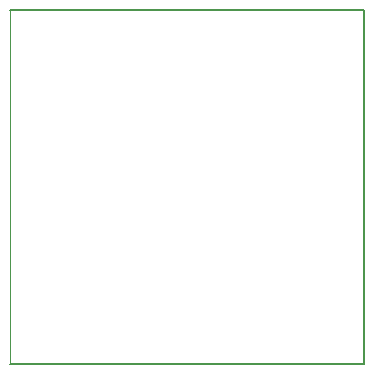
<source format=gm1>
G04 #@! TF.GenerationSoftware,KiCad,Pcbnew,(6.0.5)*
G04 #@! TF.CreationDate,2022-09-30T16:47:31-04:00*
G04 #@! TF.ProjectId,Pokeball_xs,506f6b65-6261-46c6-9c5f-78732e6b6963,rev?*
G04 #@! TF.SameCoordinates,Original*
G04 #@! TF.FileFunction,Profile,NP*
%FSLAX46Y46*%
G04 Gerber Fmt 4.6, Leading zero omitted, Abs format (unit mm)*
G04 Created by KiCad (PCBNEW (6.0.5)) date 2022-09-30 16:47:31*
%MOMM*%
%LPD*%
G01*
G04 APERTURE LIST*
G04 #@! TA.AperFunction,Profile*
%ADD10C,0.050000*%
G04 #@! TD*
G04 #@! TA.AperFunction,Profile*
%ADD11C,0.150000*%
G04 #@! TD*
G04 APERTURE END LIST*
D10*
X125010000Y-97250000D02*
X125000000Y-78500000D01*
X125010000Y-97250000D02*
X125000000Y-108500000D01*
D11*
X155000000Y-78500000D02*
X125000000Y-78500000D01*
X155000000Y-108500000D02*
X155000000Y-78500000D01*
X125000000Y-108500000D02*
X155000000Y-108500000D01*
M02*

</source>
